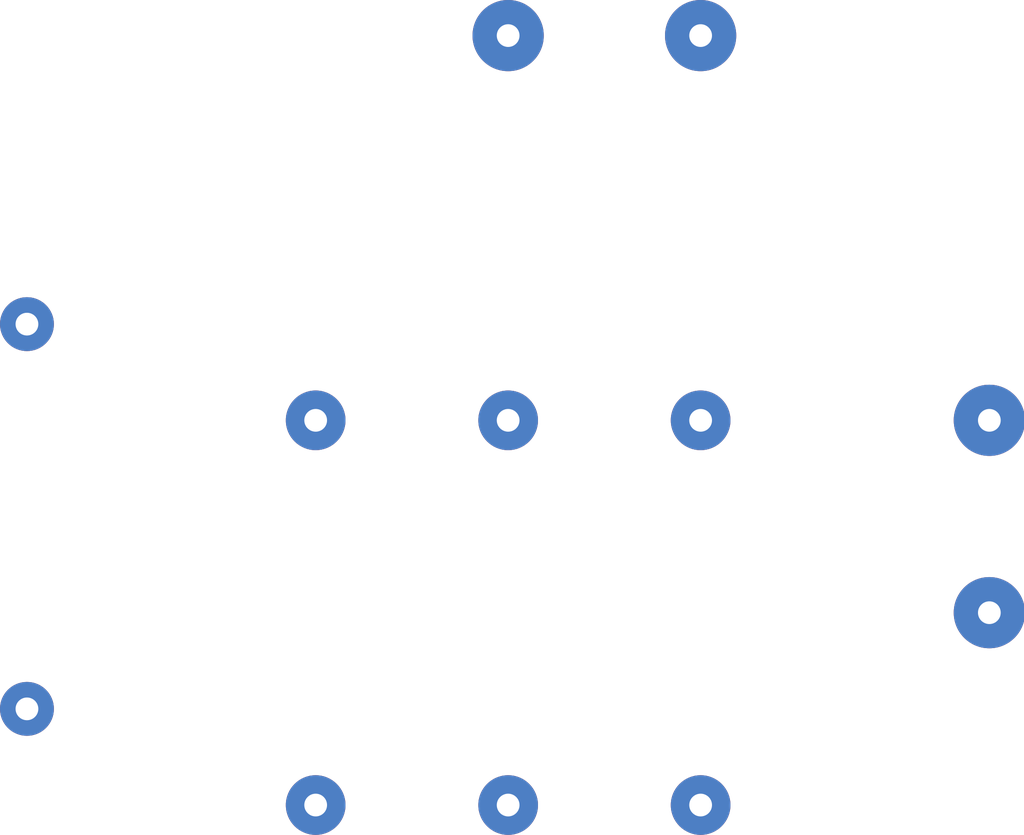
<source format=kicad_pcb>
(kicad_pcb (version 4) (host Gerbview "4.0.5")

  (layers 
    (0 F.Cu signal)
    (31 B.Cu signal)
    (32 B.Adhes user)
    (33 F.Adhes user)
    (34 B.Paste user)
    (35 F.Paste user)
    (36 B.SilkS user)
    (37 F.SilkS user)
    (38 B.Mask user)
    (39 F.Mask user)
    (40 Dwgs.User user)
    (41 Cmts.User user)
    (42 Eco1.User user)
    (43 Eco2.User user)
    (44 Edge.Cuts user)
    (45 Margin user)
    (46 B.CrtYd user)
    (47 F.CrtYd user)
    (48 B.Fab user)
    (49 F.Fab user)
  )

 (via (at 146.05 97.79000000000001) (size 0.7112000000000001) (layers F.Cu B.Cu))
 (via (at 146.05 102.87) (size 0.7112000000000001) (layers F.Cu B.Cu))
 (via (at 149.86 99.06) (size 0.7874) (layers F.Cu B.Cu))
 (via (at 149.86 104.14) (size 0.7874) (layers F.Cu B.Cu))
 (via (at 152.4 99.06) (size 0.7874) (layers F.Cu B.Cu))
 (via (at 152.4 104.14) (size 0.7874) (layers F.Cu B.Cu))
 (via (at 154.94 99.06) (size 0.7874) (layers F.Cu B.Cu))
 (via (at 154.94 104.14) (size 0.7874) (layers F.Cu B.Cu))
 (via (at 152.4 93.98) (size 0.9398) (layers F.Cu B.Cu))
 (via (at 154.94 93.98) (size 0.9398) (layers F.Cu B.Cu))
 (via (at 158.75 99.06) (size 0.9398) (layers F.Cu B.Cu))
 (via (at 158.75 101.6) (size 0.9398) (layers F.Cu B.Cu))
)

</source>
